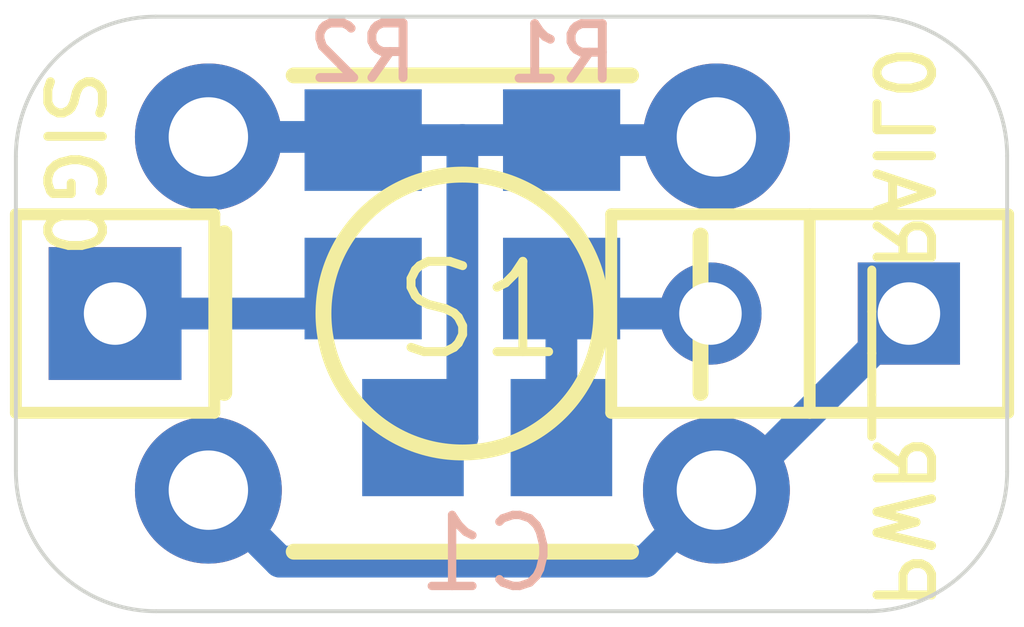
<source format=kicad_pcb>
(kicad_pcb (version 20241229) (generator "pcbnew") (generator_version "9.0")
  (layers (0 "F.Cu" signal) (2 "B.Cu" signal) (13 "F.Paste" user) (15 "B.Paste" user) (5 "F.SilkS" user "F.Silkscreen") (7 "B.SilkS" user "B.Silkscreen") (1 "F.Mask" user) (3 "B.Mask" user) (25 "Edge.Cuts" user))
  (net 0 "")
  (net 1 "GND")
  (net 2 "N$1")
  (net 3 "N$2")
  (net 4 "N$4")
  (footprint "single_button:TACTILE-PTH" (layer "F.Cu") (at 147.87235 104.9986)
    (property "Reference" "S1" (at -0.9525 0.635 0) (layer "F.SilkS") (effects (font (size 1.1557 1.1557) (thickness 0.1143)) (justify left bottom)))
    (property "Value" "SWITCH-MOMENTARY-2PTH" (hide yes))
    (fp_line (start -3.048 -1.028) (end -3.048 1.016) (stroke (width 0.2032)) (layer "F.SilkS"))
    (fp_line (start -2.159 3.048) (end 2.159 3.048) (stroke (width 0.2032)) (layer "F.SilkS"))
    (fp_line (start 2.159 -3.048) (end -2.159 -3.048) (stroke (width 0.2032)) (layer "F.SilkS"))
    (fp_line (start 3.048 -0.998) (end 3.048 1.016) (stroke (width 0.2032)) (layer "F.SilkS"))
    (fp_circle (center 0 0) (end 1.778 0) (stroke (width 0.2032)) (fill no) (layer "F.SilkS"))
    (pad "1" thru_hole circle (at -3.2512 -2.2606) (size 1.8796 1.8796) (drill 1.016) (layers "*.Cu" "*.Mask") (net 2 "N$1"))
    (pad "2" thru_hole circle (at 3.2512 -2.2606) (size 1.8796 1.8796) (drill 1.016) (layers "*.Cu" "*.Mask") (net 2 "N$1"))
    (pad "3" thru_hole circle (at -3.2512 2.2606) (size 1.8796 1.8796) (drill 1.016) (layers "*.Cu" "*.Mask") (net 3 "N$2"))
    (pad "4" thru_hole circle (at 3.2512 2.2606) (size 1.8796 1.8796) (drill 1.016) (layers "*.Cu" "*.Mask") (net 3 "N$2"))
  )
  (footprint "single_button:M1X2" (layer "F.Cu") (at 152.31735 104.9986 180)
    (property "Reference" "PWR____RAIL0" (at -1.5875 3.4925 -90) (layer "F.SilkS") (effects (font (size 0.6985 0.6985) (thickness 0.1143)) (justify right top mirror)))
    (property "Value" "CON_HEADER_1X02-PTH" (hide yes))
    (fp_line (start 2.54 1.27) (end 0 1.27) (stroke (width 0.1524)) (layer "F.SilkS"))
    (fp_line (start 2.54 -1.27) (end 2.54 1.27) (stroke (width 0.1524)) (layer "F.SilkS"))
    (fp_line (start 0 1.27) (end 0 -1.27) (stroke (width 0.1524)) (layer "F.SilkS"))
    (fp_line (start 0 1.27) (end -2.54 1.27) (stroke (width 0.1524)) (layer "F.SilkS"))
    (fp_line (start 0 -1.27) (end 2.54 -1.27) (stroke (width 0.1524)) (layer "F.SilkS"))
    (fp_line (start -2.54 1.27) (end -2.54 -1.27) (stroke (width 0.1524)) (layer "F.SilkS"))
    (fp_line (start -2.54 -1.27) (end 0 -1.27) (stroke (width 0.1524)) (layer "F.SilkS"))
    (pad "1" thru_hole rect (at -1.27 0 180) (size 1.308 1.308) (drill 0.8) (layers "*.Cu" "*.Mask") (net 3 "N$2"))
    (pad "2" thru_hole circle (at 1.27 0 180) (size 1.308 1.308) (drill 0.8) (layers "*.Cu" "*.Mask") (net 1 "GND"))
  )
  (footprint "single_button:M1X2_08_17" (layer "F.Cu") (at 143.42735 104.9986)
    (property "Reference" "SIG0" (at -0.9525 -3.175 270) (layer "F.SilkS") (effects (font (size 0.6985 0.6985) (thickness 0.1143)) (justify left bottom)))
    (property "Value" "CON_HEADER_1X01-PTH_08_17" (hide yes))
    (fp_line (start -1.27 -1.27) (end 1.27 -1.27) (stroke (width 0.1524)) (layer "F.SilkS"))
    (fp_line (start -1.27 1.27) (end -1.27 -1.27) (stroke (width 0.1524)) (layer "F.SilkS"))
    (fp_line (start 1.27 -1.27) (end 1.27 1.27) (stroke (width 0.1524)) (layer "F.SilkS"))
    (fp_line (start 1.27 1.27) (end -1.27 1.27) (stroke (width 0.1524)) (layer "F.SilkS"))
    (pad "1" thru_hole rect (at 0 0) (size 1.7 1.7) (drill 0.8) (layers "*.Cu" "*.Mask") (net 4 "N$4"))
  )
  (footprint "single_button:C805" (layer "B.Cu") (at 148.18985 106.5861)
    (property "Reference" "C1" (at -0.9525 0.9525 0) (layer "B.SilkS") (effects (font (size 0.90871 0.90871) (thickness 0.10729)) (justify right top mirror)))
    (property "Value" "")
    (pad "1" smd rect (at -0.95 0) (size 1.3 1.5) (layers "B.Cu" "B.Mask" "B.Paste") (net 2 "N$1"))
    (pad "2" smd rect (at 0.95 0) (size 1.3 1.5) (layers "B.Cu" "B.Mask" "B.Paste") (net 1 "GND"))
  )
  (footprint "single_button:R805" (layer "B.Cu") (at 149.14235 103.7286 90)
    (property "Reference" "R1" (at 1.651 0.762 -0) (layer "B.SilkS") (effects (font (size 0.6985 0.6985) (thickness 0.1143)) (justify left bottom mirror)))
    (property "Value" "")
    (pad "1" smd rect (at -0.95 0 90) (size 1.3 1.5) (layers "B.Cu" "B.Mask" "B.Paste") (net 1 "GND"))
    (pad "2" smd rect (at 0.95 0 90) (size 1.3 1.5) (layers "B.Cu" "B.Mask" "B.Paste") (net 2 "N$1"))
  )
  (footprint "single_button:R805" (layer "B.Cu") (at 146.60235 103.7286 -90)
    (property "Reference" "R2" (at -2.4765 0.762 0) (layer "B.SilkS") (effects (font (size 0.6985 0.6985) (thickness 0.1143)) (justify right top mirror)))
    (property "Value" "")
    (pad "1" smd rect (at -0.95 0 270) (size 1.3 1.5) (layers "B.Cu" "B.Mask" "B.Paste") (net 2 "N$1"))
    (pad "2" smd rect (at 0.95 0 270) (size 1.3 1.5) (layers "B.Cu" "B.Mask" "B.Paste") (net 4 "N$4"))
  )
  (gr_line (start 142.15735 102.987594) (end 142.15735 107.01255) (stroke (width 0.05)) (layer "Edge.Cuts"))
  (gr_arc (start 154.84485 107.021368) (mid 154.321382 108.285132) (end 153.057618 108.8086) (stroke (width 0.05)) (layer "Edge.Cuts"))
  (gr_arc (start 143.9534 108.8086) (mid 142.683401 108.282549) (end 142.15735 107.01255) (stroke (width 0.05)) (layer "Edge.Cuts"))
  (gr_line (start 143.9534 108.8086) (end 153.057618 108.8086) (stroke (width 0.05)) (layer "Edge.Cuts"))
  (gr_line (start 154.84485 107.021369) (end 154.84485 102.978741) (stroke (width 0.05)) (layer "Edge.Cuts"))
  (gr_arc (start 142.15735 102.987595) (mid 142.681334 101.722585) (end 143.946343 101.1986) (stroke (width 0.05)) (layer "Edge.Cuts"))
  (gr_line (start 153.064709 101.1986) (end 143.946343 101.1986) (stroke (width 0.05)) (layer "Edge.Cuts"))
  (gr_arc (start 153.064709 101.1986) (mid 154.323459 101.719991) (end 154.84485 102.978741) (stroke (width 0.05)) (layer "Edge.Cuts"))
  (segment (start 151.04735 104.9986) (end 149.46235 104.9986) (width 0.4064) (layer "B.Cu") (net 1))
  (segment (start 149.46235 104.9986) (end 149.14235 104.6786) (width 0.4064) (layer "B.Cu") (net 1))
  (segment (start 149.14235 104.6786) (end 149.13985 104.6786) (width 0.4064) (layer "B.Cu") (net 1))
  (segment (start 149.13985 104.6786) (end 149.13985 106.5861) (width 0.4064) (layer "B.Cu") (net 1))
  (segment (start 146.60235 102.7786) (end 147.87235 102.7786) (width 0.4064) (layer "B.Cu") (net 2))
  (segment (start 147.23985 106.5861) (end 147.87235 106.5861) (width 0.4064) (layer "B.Cu") (net 2))
  (segment (start 149.14235 102.7786) (end 151.12355 102.7786) (width 0.4064) (layer "B.Cu") (net 2))
  (segment (start 146.60235 102.738) (end 146.60235 102.7786) (width 0.4064) (layer "B.Cu") (net 2))
  (segment (start 147.87235 106.5861) (end 147.87235 102.7786) (width 0.4064) (layer "B.Cu") (net 2))
  (segment (start 151.12355 102.7786) (end 151.12355 102.738) (width 0.4064) (layer "B.Cu") (net 2))
  (segment (start 147.87235 102.7786) (end 149.14235 102.7786) (width 0.4064) (layer "B.Cu") (net 2))
  (segment (start 144.62115 102.738) (end 146.60235 102.738) (width 0.4064) (layer "B.Cu") (net 2))
  (segment (start 151.32675 107.2592) (end 153.58735 104.9986) (width 0.4064) (layer "B.Cu") (net 3))
  (segment (start 150.20915 108.1736) (end 151.12355 107.2592) (width 0.4064) (layer "B.Cu") (net 3))
  (segment (start 145.53555 108.1736) (end 150.20915 108.1736) (width 0.4064) (layer "B.Cu") (net 3))
  (segment (start 151.12355 107.2592) (end 151.32675 107.2592) (width 0.4064) (layer "B.Cu") (net 3))
  (segment (start 144.62115 107.2592) (end 145.53555 108.1736) (width 0.4064) (layer "B.Cu") (net 3))
  (segment (start 146.60235 104.9986) (end 146.60235 104.6786) (width 0.4064) (layer "B.Cu") (net 4))
  (segment (start 143.42735 104.9986) (end 146.60235 104.9986) (width 0.4064) (layer "B.Cu") (net 4))
)
</source>
